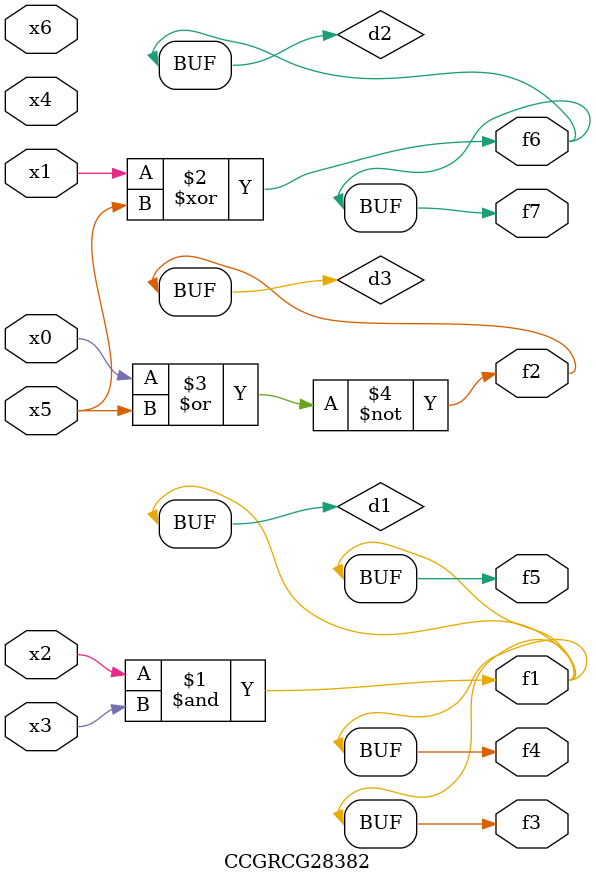
<source format=v>
module CCGRCG28382(
	input x0, x1, x2, x3, x4, x5, x6,
	output f1, f2, f3, f4, f5, f6, f7
);

	wire d1, d2, d3;

	and (d1, x2, x3);
	xor (d2, x1, x5);
	nor (d3, x0, x5);
	assign f1 = d1;
	assign f2 = d3;
	assign f3 = d1;
	assign f4 = d1;
	assign f5 = d1;
	assign f6 = d2;
	assign f7 = d2;
endmodule

</source>
